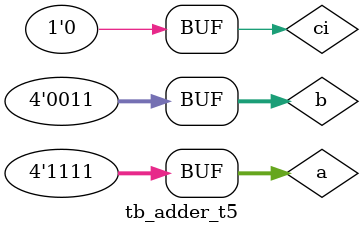
<source format=sv>
module tb_adder_t5;
  logic[3:0] sum, a, b;
  logic ci,co;
  
  
  adder_t5 U1(co, sum, a, b, ci);
  
  initial begin
   a=0;
   b=0;
    ci=0;
    #15 a=4'hA;
    #2 b=3;
    #2 a=2;
    #2 a=15;
    
    
  end

endmodule

</source>
